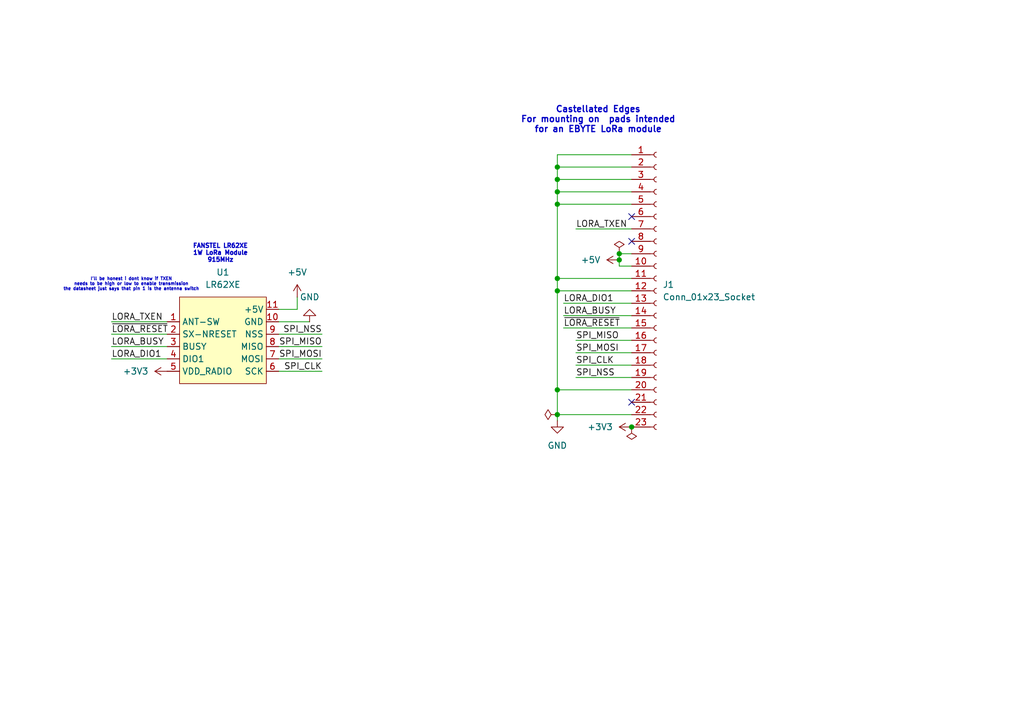
<source format=kicad_sch>
(kicad_sch (version 20231120) (generator "eeschema") (generator_version "8.0")
  (paper "A5")
  (title_block (date "2024-12-05") (rev "V1"))
  (lib_symbols
    (symbol "Connector:Conn_01x23_Socket" (pin_names (offset 1.016) hide)
      (property "Reference" "J" (at 0 30.48 0))
      (property "Value" "Conn_01x23_Socket" (at 0 -30.48 0))
      (symbol "Conn_01x23_Socket_1_1"
        (arc (start 0 -27.432) (mid -0.5058 -27.94) (end 0 -28.448) (stroke (width 0.1524)))
        (arc (start 0 -24.892) (mid -0.5058 -25.4) (end 0 -25.908) (stroke (width 0.1524)))
        (arc (start 0 -22.352) (mid -0.5058 -22.86) (end 0 -23.368) (stroke (width 0.1524)))
        (arc (start 0 -19.812) (mid -0.5058 -20.32) (end 0 -20.828) (stroke (width 0.1524)))
        (arc (start 0 -17.272) (mid -0.5058 -17.78) (end 0 -18.288) (stroke (width 0.1524)))
        (arc (start 0 -14.732) (mid -0.5058 -15.24) (end 0 -15.748) (stroke (width 0.1524)))
        (arc (start 0 -12.192) (mid -0.5058 -12.7) (end 0 -13.208) (stroke (width 0.1524)))
        (arc (start 0 -9.652) (mid -0.5058 -10.16) (end 0 -10.668) (stroke (width 0.1524)))
        (arc (start 0 -7.112) (mid -0.5058 -7.62) (end 0 -8.128) (stroke (width 0.1524)))
        (arc (start 0 -4.572) (mid -0.5058 -5.08) (end 0 -5.588) (stroke (width 0.1524)))
        (arc (start 0 -2.032) (mid -0.5058 -2.54) (end 0 -3.048) (stroke (width 0.1524)))
        (polyline (pts (xy -1.27 -27.94) (xy -0.508 -27.94)) (stroke (width 0.1524)))
        (polyline (pts (xy -1.27 -25.4) (xy -0.508 -25.4)) (stroke (width 0.1524)))
        (polyline (pts (xy -1.27 -22.86) (xy -0.508 -22.86)) (stroke (width 0.1524)))
        (polyline (pts (xy -1.27 -20.32) (xy -0.508 -20.32)) (stroke (width 0.1524)))
        (polyline (pts (xy -1.27 -17.78) (xy -0.508 -17.78)) (stroke (width 0.1524)))
        (polyline (pts (xy -1.27 -15.24) (xy -0.508 -15.24)) (stroke (width 0.1524)))
        (polyline (pts (xy -1.27 -12.7) (xy -0.508 -12.7)) (stroke (width 0.1524)))
        (polyline (pts (xy -1.27 -10.16) (xy -0.508 -10.16)) (stroke (width 0.1524)))
        (polyline (pts (xy -1.27 -7.62) (xy -0.508 -7.62)) (stroke (width 0.1524)))
        (polyline (pts (xy -1.27 -5.08) (xy -0.508 -5.08)) (stroke (width 0.1524)))
        (polyline (pts (xy -1.27 -2.54) (xy -0.508 -2.54)) (stroke (width 0.1524)))
        (polyline (pts (xy -1.27 0) (xy -0.508 0)) (stroke (width 0.1524)))
        (polyline (pts (xy -1.27 2.54) (xy -0.508 2.54)) (stroke (width 0.1524)))
        (polyline (pts (xy -1.27 5.08) (xy -0.508 5.08)) (stroke (width 0.1524)))
        (polyline (pts (xy -1.27 7.62) (xy -0.508 7.62)) (stroke (width 0.1524)))
        (polyline (pts (xy -1.27 10.16) (xy -0.508 10.16)) (stroke (width 0.1524)))
        (polyline (pts (xy -1.27 12.7) (xy -0.508 12.7)) (stroke (width 0.1524)))
        (polyline (pts (xy -1.27 15.24) (xy -0.508 15.24)) (stroke (width 0.1524)))
        (polyline (pts (xy -1.27 17.78) (xy -0.508 17.78)) (stroke (width 0.1524)))
        (polyline (pts (xy -1.27 20.32) (xy -0.508 20.32)) (stroke (width 0.1524)))
        (polyline (pts (xy -1.27 22.86) (xy -0.508 22.86)) (stroke (width 0.1524)))
        (polyline (pts (xy -1.27 25.4) (xy -0.508 25.4)) (stroke (width 0.1524)))
        (polyline (pts (xy -1.27 27.94) (xy -0.508 27.94)) (stroke (width 0.1524)))
        (arc (start 0 0.508) (mid -0.5058 0) (end 0 -0.508) (stroke (width 0.1524)))
        (arc (start 0 3.048) (mid -0.5058 2.54) (end 0 2.032) (stroke (width 0.1524)))
        (arc (start 0 5.588) (mid -0.5058 5.08) (end 0 4.572) (stroke (width 0.1524)))
        (arc (start 0 8.128) (mid -0.5058 7.62) (end 0 7.112) (stroke (width 0.1524)))
        (arc (start 0 10.668) (mid -0.5058 10.16) (end 0 9.652) (stroke (width 0.1524)))
        (arc (start 0 13.208) (mid -0.5058 12.7) (end 0 12.192) (stroke (width 0.1524)))
        (arc (start 0 15.748) (mid -0.5058 15.24) (end 0 14.732) (stroke (width 0.1524)))
        (arc (start 0 18.288) (mid -0.5058 17.78) (end 0 17.272) (stroke (width 0.1524)))
        (arc (start 0 20.828) (mid -0.5058 20.32) (end 0 19.812) (stroke (width 0.1524)))
        (arc (start 0 23.368) (mid -0.5058 22.86) (end 0 22.352) (stroke (width 0.1524)))
        (arc (start 0 25.908) (mid -0.5058 25.4) (end 0 24.892) (stroke (width 0.1524)))
        (arc (start 0 28.448) (mid -0.5058 27.94) (end 0 27.432) (stroke (width 0.1524)))
        (pin passive line (at -5.08 27.94 0) (length 3.81) (name "Pin_1") (number "1"))
        (pin passive line (at -5.08 5.08 0) (length 3.81) (name "Pin_10") (number "10"))
        (pin passive line (at -5.08 2.54 0) (length 3.81) (name "Pin_11") (number "11"))
        (pin passive line (at -5.08 0 0) (length 3.81) (name "Pin_12") (number "12"))
        (pin passive line (at -5.08 -2.54 0) (length 3.81) (name "Pin_13") (number "13"))
        (pin passive line (at -5.08 -5.08 0) (length 3.81) (name "Pin_14") (number "14"))
        (pin passive line (at -5.08 -7.62 0) (length 3.81) (name "Pin_15") (number "15"))
        (pin passive line (at -5.08 -10.16 0) (length 3.81) (name "Pin_16") (number "16"))
        (pin passive line (at -5.08 -12.7 0) (length 3.81) (name "Pin_17") (number "17"))
        (pin passive line (at -5.08 -15.24 0) (length 3.81) (name "Pin_18") (number "18"))
        (pin passive line (at -5.08 -17.78 0) (length 3.81) (name "Pin_19") (number "19"))
        (pin passive line (at -5.08 25.4 0) (length 3.81) (name "Pin_2") (number "2"))
        (pin passive line (at -5.08 -20.32 0) (length 3.81) (name "Pin_20") (number "20"))
        (pin passive line (at -5.08 -22.86 0) (length 3.81) (name "Pin_21") (number "21"))
        (pin passive line (at -5.08 -25.4 0) (length 3.81) (name "Pin_22") (number "22"))
        (pin passive line (at -5.08 -27.94 0) (length 3.81) (name "Pin_23") (number "23"))
        (pin passive line (at -5.08 22.86 0) (length 3.81) (name "Pin_3") (number "3"))
        (pin passive line (at -5.08 20.32 0) (length 3.81) (name "Pin_4") (number "4"))
        (pin passive line (at -5.08 17.78 0) (length 3.81) (name "Pin_5") (number "5"))
        (pin passive line (at -5.08 15.24 0) (length 3.81) (name "Pin_6") (number "6"))
        (pin passive line (at -5.08 12.7 0) (length 3.81) (name "Pin_7") (number "7"))
        (pin passive line (at -5.08 10.16 0) (length 3.81) (name "Pin_8") (number "8"))
        (pin passive line (at -5.08 7.62 0) (length 3.81) (name "Pin_9") (number "9"))
      )
    )
    (symbol "LR62XEAdapter:LR62XE"
      (property "Reference" "U" (at -8.382 9.906 0))
      (property "Value" "LR62XE" (at 5.334 10.16 0))
      (symbol "LR62XE_1_1"
        (rectangle (start -8.89 8.89) (end 8.89 -8.89) (fill (type background)))
        (pin input line (at -11.43 3.81 0) (length 2.54) (name "ANT-SW") (number "1"))
        (pin input line (at 11.43 3.81 180) (length 2.54) (name "GND") (number "10"))
        (pin input line (at 11.43 6.35 180) (length 2.54) (name "+5V") (number "11"))
        (pin input line (at 11.43 3.81 180) (length 2.54) hide (name "GND") (number "12"))
        (pin input line (at -11.43 1.27 0) (length 2.54) (name "SX-NRESET") (number "2"))
        (pin input line (at -11.43 -1.27 0) (length 2.54) (name "BUSY") (number "3"))
        (pin input line (at -11.43 -3.81 0) (length 2.54) (name "DIO1") (number "4"))
        (pin input line (at -11.43 -6.35 0) (length 2.54) (name "VDD_RADIO") (number "5"))
        (pin input line (at 11.43 -6.35 180) (length 2.54) (name "SCK") (number "6"))
        (pin input line (at 11.43 -3.81 180) (length 2.54) (name "MOSI") (number "7"))
        (pin input line (at 11.43 -1.27 180) (length 2.54) (name "MISO") (number "8"))
        (pin input line (at 11.43 1.27 180) (length 2.54) (name "NSS") (number "9"))
      )
    )
    (symbol "power:+3V3" (power) (pin_numbers hide) (pin_names (offset 0) hide)
      (property "Value" "+3V3" (at 0 3.556 0))
      (symbol "+3V3_0_1"
        (polyline (pts (xy -0.762 1.27) (xy 0 2.54)))
        (polyline (pts (xy 0 0) (xy 0 2.54)))
        (polyline (pts (xy 0 2.54) (xy 0.762 1.27)))
      )
      (symbol "+3V3_1_1"
        (pin power_in line (at 0 0 90) (length 0) (name "~") (number "1"))
      )
    )
    (symbol "power:+5V" (power) (pin_numbers hide) (pin_names (offset 0) hide)
      (property "Value" "+5V" (at 0 3.556 0))
      (symbol "+5V_0_1"
        (polyline (pts (xy -0.762 1.27) (xy 0 2.54)))
        (polyline (pts (xy 0 0) (xy 0 2.54)))
        (polyline (pts (xy 0 2.54) (xy 0.762 1.27)))
      )
      (symbol "+5V_1_1"
        (pin power_in line (at 0 0 90) (length 0) (name "~") (number "1"))
      )
    )
    (symbol "power:GND" (power) (pin_numbers hide) (pin_names (offset 0) hide)
      (property "Value" "GND" (at 0 -3.81 0))
      (symbol "GND_0_1"
        (polyline (pts (xy 0 0) (xy 0 -1.27) (xy 1.27 -1.27) (xy 0 -2.54) (xy -1.27 -1.27) (xy 0 -1.27)))
      )
      (symbol "GND_1_1"
        (pin power_in line (at 0 0 270) (length 0) (name "~") (number "1"))
      )
    )
    (symbol "power:PWR_FLAG" (power) (pin_numbers hide) (pin_names (offset 0) hide)
      (property "Value" "PWR_FLAG" (at 0 3.81 0))
      (symbol "PWR_FLAG_0_0"
        (pin power_out line (at 0 0 90) (length 0) (name "~") (number "1"))
      )
      (symbol "PWR_FLAG_0_1"
        (polyline (pts (xy 0 0) (xy 0 1.27) (xy -1.016 1.905) (xy 0 2.54) (xy 1.016 1.905) (xy 0 1.27)))
      )
    )
  )
  (junction (at 114.3 85.09))
  (junction (at 114.3 80.01))
  (junction (at 114.3 57.15))
  (junction (at 114.3 41.91))
  (junction (at 114.3 39.37))
  (junction (at 129.54 87.63))
  (junction (at 114.3 34.29))
  (junction (at 127 53.34))
  (junction (at 127 52.07))
  (junction (at 114.3 36.83))
  (junction (at 114.3 59.69))
  (no_connect (at 129.54 44.45))
  (no_connect (at 129.54 82.55))
  (no_connect (at 129.54 49.53))
  (wire (pts (xy 22.86 73.66) (xy 34.29 73.66)))
  (wire (pts (xy 63.5 66.04) (xy 57.15 66.04)))
  (wire (pts (xy 114.3 31.75) (xy 114.3 34.29)))
  (wire (pts (xy 114.3 36.83) (xy 129.54 36.83)))
  (wire (pts (xy 114.3 80.01) (xy 129.54 80.01)))
  (wire (pts (xy 114.3 85.09) (xy 129.54 85.09)))
  (wire (pts (xy 57.15 71.12) (xy 66.04 71.12)))
  (wire (pts (xy 114.3 41.91) (xy 114.3 57.15)))
  (wire (pts (xy 114.3 57.15) (xy 114.3 59.69)))
  (wire (pts (xy 114.3 34.29) (xy 129.54 34.29)))
  (wire (pts (xy 114.3 80.01) (xy 114.3 85.09)))
  (wire (pts (xy 127 54.61) (xy 127 53.34)))
  (wire (pts (xy 22.86 66.04) (xy 34.29 66.04)))
  (wire (pts (xy 129.54 62.23) (xy 115.57 62.23)))
  (wire (pts (xy 114.3 34.29) (xy 114.3 36.83)))
  (wire (pts (xy 129.54 54.61) (xy 127 54.61)))
  (wire (pts (xy 60.96 63.5) (xy 57.15 63.5)))
  (wire (pts (xy 127 52.07) (xy 129.54 52.07)))
  (wire (pts (xy 127 53.34) (xy 127 52.07)))
  (wire (pts (xy 129.54 31.75) (xy 114.3 31.75)))
  (wire (pts (xy 114.3 39.37) (xy 114.3 41.91)))
  (wire (pts (xy 114.3 36.83) (xy 114.3 39.37)))
  (wire (pts (xy 114.3 57.15) (xy 129.54 57.15)))
  (wire (pts (xy 60.96 60.96) (xy 60.96 63.5)))
  (wire (pts (xy 114.3 39.37) (xy 129.54 39.37)))
  (wire (pts (xy 114.3 85.09) (xy 114.3 86.36)))
  (wire (pts (xy 22.86 68.58) (xy 34.29 68.58)))
  (wire (pts (xy 129.54 72.39) (xy 118.11 72.39)))
  (wire (pts (xy 129.54 77.47) (xy 118.11 77.47)))
  (wire (pts (xy 57.15 68.58) (xy 66.04 68.58)))
  (wire (pts (xy 114.3 59.69) (xy 114.3 80.01)))
  (wire (pts (xy 129.54 74.93) (xy 118.11 74.93)))
  (wire (pts (xy 129.54 67.31) (xy 115.57 67.31)))
  (wire (pts (xy 129.54 64.77) (xy 115.57 64.77)))
  (wire (pts (xy 57.15 76.2) (xy 66.04 76.2)))
  (wire (pts (xy 57.15 73.66) (xy 66.04 73.66)))
  (wire (pts (xy 114.3 59.69) (xy 129.54 59.69)))
  (wire (pts (xy 22.86 71.12) (xy 34.29 71.12)))
  (wire (pts (xy 114.3 41.91) (xy 129.54 41.91)))
  (wire (pts (xy 118.11 46.99) (xy 129.54 46.99)))
  (wire (pts (xy 129.54 69.85) (xy 118.11 69.85)))
  (text "Castellated Edges\nFor mounting on  pads intended\nfor an EBYTE LoRa module" (at 122.682 24.638 0) (effects (font (size 1.27 1.27) (thickness 0.254) (bold yes))))
  (text "FANSTEL LR62XE\n1W LoRa Module\n915MHz" (at 45.212 52.07 0) (effects (font (size 0.889 0.889) (thickness 0.254) (bold yes))))
  (text "I'll be honest i dont know if TXEN\nneeds to be high or low to enable transmission\nthe datasheet just says that pin 1 is the antenna switch" (at 26.924 58.42 0) (effects (font (size 0.635 0.635))))
  (label "SPI_NSS" (at 66.04 68.58 180))
  (label "SPI_MISO" (at 118.11 69.85 0))
  (label "LORA_DIO1" (at 22.86 73.66 0))
  (label "LORA_BUSY" (at 115.57 64.77 0))
  (label "~{LORA_RESET}" (at 115.57 67.31 0))
  (label "LORA_TXEN" (at 118.11 46.99 0))
  (label "SPI_MISO" (at 66.04 71.12 180))
  (label "SPI_MOSI" (at 118.11 72.39 0))
  (label "~{LORA_RESET}" (at 22.86 68.58 0))
  (label "SPI_CLK" (at 118.11 74.93 0))
  (label "LORA_BUSY" (at 22.86 71.12 0))
  (label "SPI_MOSI" (at 66.04 73.66 180))
  (label "SPI_CLK" (at 66.04 76.2 180))
  (label "LORA_DIO1" (at 115.57 62.23 0))
  (label "LORA_TXEN" (at 22.86 66.04 0))
  (label "SPI_NSS" (at 118.11 77.47 0))
  (symbol (lib_id "power:+3V3") (at 34.29 76.2 90) (unit 1)
    (property "Reference" "#PWR03" (effects (hide yes)))
    (property "Value" "+3V3" (at 30.48 76.1999 90) (effects (justify left)))
    (property "Description" "Power symbol creates a global label with name \"+3V3\"" (effects (hide yes)))
  )
  (symbol (lib_id "power:GND") (at 63.5 66.04 180) (unit 1)
    (property "Reference" "#PWR02" (effects (hide yes)))
    (property "Value" "GND" (at 63.5 60.96 0))
    (property "Description" "Power symbol creates a global label with name \"GND\" , ground" (effects (hide yes)))
  )
  (symbol (lib_id "power:+3V3") (at 129.54 87.63 90) (unit 1)
    (property "Reference" "#PWR06" (effects (hide yes)))
    (property "Value" "+3V3" (at 125.73 87.6299 90) (effects (justify left)))
    (property "Description" "Power symbol creates a global label with name \"+3V3\"" (effects (hide yes)))
  )
  (symbol (lib_id "power:GND") (at 114.3 86.36 0) (unit 1)
    (property "Reference" "#PWR05" (effects (hide yes)))
    (property "Value" "GND" (at 114.3 91.44 0))
    (property "Description" "Power symbol creates a global label with name \"GND\" , ground" (effects (hide yes)))
  )
  (symbol (lib_id "power:PWR_FLAG") (at 127 52.07 0) (unit 1)
    (property "Reference" "#FLG03" (effects (hide yes)))
    (property "Value" "PWR_FLAG" (effects (hide yes)))
    (property "Description" "Special symbol for telling ERC where power comes from" (effects (hide yes)))
  )
  (symbol (lib_id "power:PWR_FLAG") (at 114.3 85.09 90) (unit 1)
    (property "Reference" "#FLG01" (effects (hide yes)))
    (property "Value" "PWR_FLAG" (effects (hide yes)))
    (property "Description" "Special symbol for telling ERC where power comes from" (effects (hide yes)))
  )
  (symbol (lib_id "power:+5V") (at 127 53.34 90) (unit 1)
    (property "Reference" "#PWR04" (effects (hide yes)))
    (property "Value" "+5V" (at 123.19 53.3399 90) (effects (justify left)))
    (property "Description" "Power symbol creates a global label with name \"+5V\"" (effects (hide yes)))
  )
  (symbol (lib_id "LR62XEAdapter:LR62XE") (at 45.72 69.85 0) (unit 1)
    (property "Reference" "U1" (at 45.72 55.88 0))
    (property "Value" "LR62XE" (at 45.72 58.42 0))
    (property "Footprint" "LR62XEAdapter:LR62XE" (effects (hide yes)))
  )
  (symbol (lib_id "power:+5V") (at 60.96 60.96 0) (unit 1)
    (property "Reference" "#PWR01" (effects (hide yes)))
    (property "Value" "+5V" (at 60.96 55.88 0))
    (property "Description" "Power symbol creates a global label with name \"+5V\"" (effects (hide yes)))
  )
  (symbol (lib_id "power:PWR_FLAG") (at 129.54 87.63 180) (unit 1)
    (property "Reference" "#FLG02" (effects (hide yes)))
    (property "Value" "PWR_FLAG" (effects (hide yes)))
    (property "Description" "Special symbol for telling ERC where power comes from" (effects (hide yes)))
  )
  (symbol (lib_id "Connector:Conn_01x23_Socket") (at 134.62 59.69 0) (unit 1)
    (property "Reference" "J1" (at 135.89 58.4199 0) (effects (justify left)))
    (property "Value" "Conn_01x23_Socket" (at 135.89 60.9599 0) (effects (justify left)))
    (property "Footprint" "LR62XEAdapter:Castellated Edges for EBYTE" (effects (hide yes)))
    (property "Description" "Generic connector, single row, 01x23, script generated" (effects (hide yes)))
  )
)
</source>
